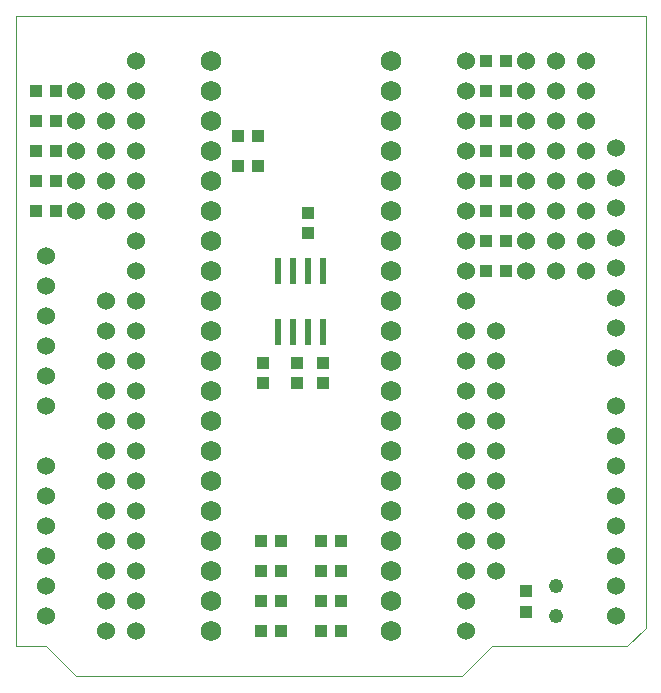
<source format=gbs>
G75*
%MOIN*%
%OFA0B0*%
%FSLAX24Y24*%
%IPPOS*%
%LPD*%
%AMOC8*
5,1,8,0,0,1.08239X$1,22.5*
%
%ADD10C,0.0000*%
%ADD11C,0.0690*%
%ADD12C,0.0600*%
%ADD13R,0.0236X0.0866*%
%ADD14R,0.0433X0.0394*%
%ADD15R,0.0394X0.0433*%
%ADD16C,0.0480*%
D10*
X000175Y002125D02*
X000175Y023125D01*
X021175Y023125D01*
X021175Y002750D01*
X020550Y002125D01*
X016050Y002125D01*
X015050Y001125D01*
X002175Y001125D01*
X001175Y002125D01*
X000175Y002125D01*
D11*
X006675Y002625D03*
X006675Y003625D03*
X006675Y004625D03*
X006675Y005625D03*
X006675Y006625D03*
X006675Y007625D03*
X006675Y008625D03*
X006675Y009625D03*
X006675Y010625D03*
X006675Y011625D03*
X006675Y012625D03*
X006675Y013625D03*
X006675Y014625D03*
X006675Y015625D03*
X006675Y016625D03*
X006675Y017625D03*
X006675Y018625D03*
X006675Y019625D03*
X006675Y020625D03*
X006675Y021625D03*
X012675Y021625D03*
X012675Y020625D03*
X012675Y019625D03*
X012675Y018625D03*
X012675Y017625D03*
X012675Y016625D03*
X012675Y015625D03*
X012675Y014625D03*
X012675Y013625D03*
X012675Y012625D03*
X012675Y011625D03*
X012675Y010625D03*
X012675Y009625D03*
X012675Y008625D03*
X012675Y007625D03*
X012675Y006625D03*
X012675Y005625D03*
X012675Y004625D03*
X012675Y003625D03*
X012675Y002625D03*
D12*
X015175Y002625D03*
X015175Y003625D03*
X015175Y004625D03*
X015175Y005625D03*
X015175Y006625D03*
X015175Y007625D03*
X015175Y008625D03*
X015175Y009625D03*
X015175Y010625D03*
X015175Y011625D03*
X015175Y012625D03*
X015175Y013625D03*
X015175Y014625D03*
X015175Y015625D03*
X015175Y016625D03*
X015175Y017625D03*
X015175Y018625D03*
X015175Y019625D03*
X015175Y020625D03*
X015175Y021625D03*
X017175Y021625D03*
X017175Y020625D03*
X017175Y019625D03*
X017175Y018625D03*
X017175Y017625D03*
X017175Y016625D03*
X017175Y015625D03*
X017175Y014625D03*
X018175Y014625D03*
X018175Y015625D03*
X018175Y016625D03*
X018175Y017625D03*
X018175Y018625D03*
X018175Y019625D03*
X018175Y020625D03*
X018175Y021625D03*
X019175Y021625D03*
X019175Y020625D03*
X019175Y019625D03*
X019175Y018625D03*
X019175Y017625D03*
X019175Y016625D03*
X019175Y015625D03*
X019175Y014625D03*
X020175Y014750D03*
X020175Y015750D03*
X020175Y016750D03*
X020175Y017750D03*
X020175Y018750D03*
X020175Y013750D03*
X020175Y012750D03*
X020175Y011750D03*
X020175Y010125D03*
X020175Y009125D03*
X020175Y008125D03*
X020175Y007125D03*
X020175Y006125D03*
X020175Y005125D03*
X020175Y004125D03*
X020175Y003125D03*
X016175Y004625D03*
X016175Y005625D03*
X016175Y006625D03*
X016175Y007625D03*
X016175Y008625D03*
X016175Y009625D03*
X016175Y010625D03*
X016175Y011625D03*
X016175Y012625D03*
X004175Y012625D03*
X004175Y011625D03*
X004175Y010625D03*
X004175Y009625D03*
X004175Y008625D03*
X004175Y007625D03*
X004175Y006625D03*
X004175Y005625D03*
X004175Y004625D03*
X004175Y003625D03*
X004175Y002625D03*
X003175Y002625D03*
X003175Y003625D03*
X003175Y004625D03*
X003175Y005625D03*
X003175Y006625D03*
X003175Y007625D03*
X003175Y008625D03*
X003175Y009625D03*
X003175Y010625D03*
X003175Y011625D03*
X003175Y012625D03*
X003175Y013625D03*
X004175Y013625D03*
X004175Y014625D03*
X004175Y015625D03*
X004175Y016625D03*
X004175Y017625D03*
X004175Y018625D03*
X004175Y019625D03*
X004175Y020625D03*
X004175Y021625D03*
X003175Y020625D03*
X003175Y019625D03*
X003175Y018625D03*
X003175Y017625D03*
X003175Y016625D03*
X002175Y016625D03*
X002175Y017625D03*
X002175Y018625D03*
X002175Y019625D03*
X002175Y020625D03*
X001175Y015125D03*
X001175Y014125D03*
X001175Y013125D03*
X001175Y012125D03*
X001175Y011125D03*
X001175Y010125D03*
X001175Y008125D03*
X001175Y007125D03*
X001175Y006125D03*
X001175Y005125D03*
X001175Y004125D03*
X001175Y003125D03*
D13*
X008925Y012601D03*
X009425Y012601D03*
X009925Y012601D03*
X010425Y012601D03*
X010425Y014649D03*
X009925Y014649D03*
X009425Y014649D03*
X008925Y014649D03*
D14*
X009925Y015915D03*
X009925Y016585D03*
X008260Y018125D03*
X007590Y018125D03*
X007590Y019125D03*
X008260Y019125D03*
X010425Y011585D03*
X010425Y010915D03*
X017175Y003960D03*
X017175Y003290D03*
D15*
X011010Y003625D03*
X010340Y003625D03*
X010340Y004625D03*
X011010Y004625D03*
X011010Y005625D03*
X010340Y005625D03*
X009010Y005625D03*
X008340Y005625D03*
X008340Y004625D03*
X009010Y004625D03*
X009010Y003625D03*
X008340Y003625D03*
X008340Y002625D03*
X009010Y002625D03*
X010340Y002625D03*
X011010Y002625D03*
X009550Y010915D03*
X009550Y011585D03*
X008425Y011585D03*
X008425Y010915D03*
X001510Y016625D03*
X000840Y016625D03*
X000840Y017625D03*
X000840Y018625D03*
X000840Y019625D03*
X001510Y019625D03*
X001510Y018625D03*
X001510Y017625D03*
X001510Y020625D03*
X000840Y020625D03*
X015840Y020625D03*
X016510Y020625D03*
X016510Y021625D03*
X015840Y021625D03*
X015840Y019625D03*
X016510Y019625D03*
X016510Y018625D03*
X015840Y018625D03*
X015840Y017625D03*
X016510Y017625D03*
X016510Y016625D03*
X015840Y016625D03*
X015840Y015625D03*
X016510Y015625D03*
X016510Y014625D03*
X015840Y014625D03*
D16*
X018175Y004125D03*
X018175Y003125D03*
M02*

</source>
